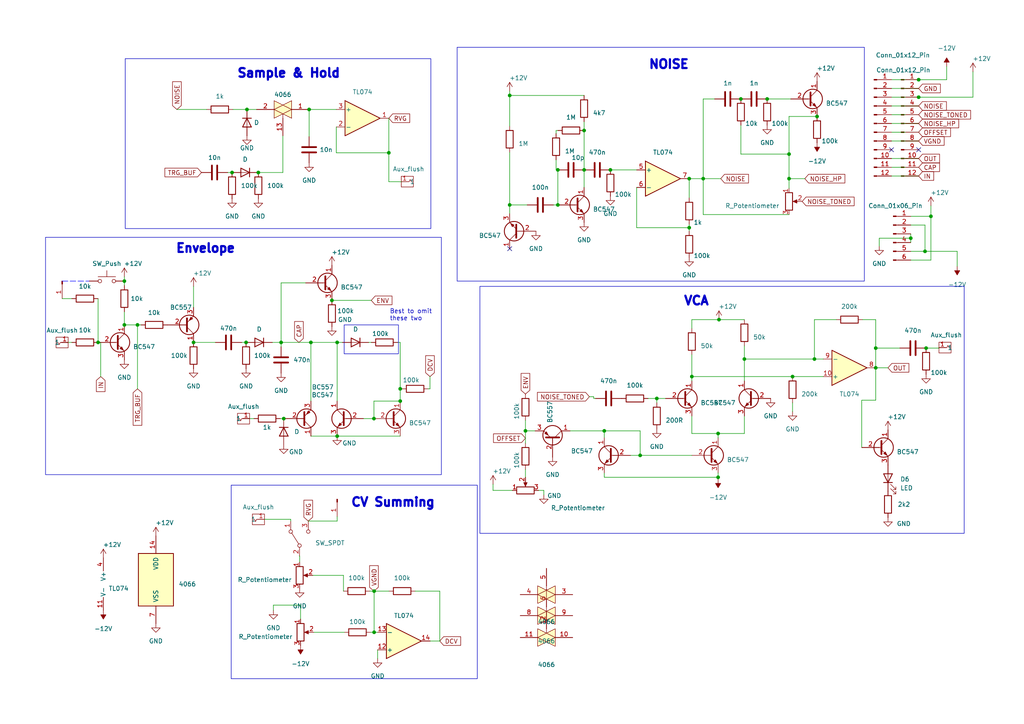
<source format=kicad_sch>
(kicad_sch (version 20230121) (generator eeschema)
  (paper "A4")
  (title_block (title "Hat by github.com/Fihdi"))
  (lib_symbols
    (symbol "4xxx:4066" (pin_names (offset 1.016))
      (property "Reference" "U" (at -7.62 8.89 0))
      (property "Value" "4066" (at -7.62 -8.89 0))
      (symbol "4066_1_0"
        (pin passive line (at -7.62 0 0) (length 5.08) (name "~") (number "1"))
        (pin input line (at 0 7.62 270) (length 5.08) (name "~") (number "13"))
        (pin passive line (at 7.62 0 180) (length 5.08) (name "~") (number "2"))
      )
      (symbol "4066_2_0"
        (pin passive line (at 7.62 0 180) (length 5.08) (name "~") (number "3"))
        (pin passive line (at -7.62 0 0) (length 5.08) (name "~") (number "4"))
        (pin input line (at 0 7.62 270) (length 5.08) (name "~") (number "5"))
      )
      (symbol "4066_3_0"
        (pin input line (at 0 7.62 270) (length 5.08) (name "~") (number "6"))
        (pin passive line (at -7.62 0 0) (length 5.08) (name "~") (number "8"))
        (pin passive line (at 7.62 0 180) (length 5.08) (name "~") (number "9"))
      )
      (symbol "4066_4_0"
        (pin passive line (at 7.62 0 180) (length 5.08) (name "~") (number "10"))
        (pin passive line (at -7.62 0 0) (length 5.08) (name "~") (number "11"))
        (pin input line (at 0 7.62 270) (length 5.08) (name "~") (number "12"))
      )
      (symbol "4066_5_0"
        (pin power_in line (at 0 12.7 270) (length 5.08) (name "VDD") (number "14"))
        (pin power_in line (at 0 -12.7 90) (length 5.08) (name "VSS") (number "7"))
      )
    )
    (symbol "Amplifier_Operational:TL074" (pin_names (offset 0.127))
      (property "Reference" "U" (at 0 5.08 0))
      (property "Value" "TL074" (at 0 -5.08 0))
      (symbol "TL074_1_1"
        (pin output line (at 7.62 0 180) (length 2.54) (name "~") (number "1"))
        (pin input line (at -7.62 -2.54 0) (length 2.54) (name "-") (number "2"))
        (pin input line (at -7.62 2.54 0) (length 2.54) (name "+") (number "3"))
      )
      (symbol "TL074_2_1"
        (pin input line (at -7.62 2.54 0) (length 2.54) (name "+") (number "5"))
        (pin input line (at -7.62 -2.54 0) (length 2.54) (name "-") (number "6"))
        (pin output line (at 7.62 0 180) (length 2.54) (name "~") (number "7"))
      )
      (symbol "TL074_3_1"
        (pin input line (at -7.62 2.54 0) (length 2.54) (name "+") (number "10"))
        (pin output line (at 7.62 0 180) (length 2.54) (name "~") (number "8"))
        (pin input line (at -7.62 -2.54 0) (length 2.54) (name "-") (number "9"))
      )
      (symbol "TL074_4_1"
        (pin input line (at -7.62 2.54 0) (length 2.54) (name "+") (number "12"))
        (pin input line (at -7.62 -2.54 0) (length 2.54) (name "-") (number "13"))
        (pin output line (at 7.62 0 180) (length 2.54) (name "~") (number "14"))
      )
      (symbol "TL074_5_1"
        (pin power_in line (at -2.54 -7.62 90) (length 3.81) (name "V-") (number "11"))
        (pin power_in line (at -2.54 7.62 270) (length 3.81) (name "V+") (number "4"))
      )
    )
    (symbol "Connector:Conn_01x01_Pin" (pin_names (offset 1.016) hide)
      (property "Reference" "J" (at 0 2.54 0))
      (property "Value" "Conn_01x01_Pin" (at 0 -2.54 0))
      (symbol "Conn_01x01_Pin_1_1"
        (pin passive line (at 5.08 0 180) (length 3.81) (name "Pin_1") (number "1"))
      )
    )
    (symbol "Connector:Conn_01x06_Pin" (pin_names (offset 1.016) hide)
      (property "Reference" "J" (at 0 7.62 0))
      (property "Value" "Conn_01x06_Pin" (at 0 -10.16 0))
      (symbol "Conn_01x06_Pin_1_1"
        (pin passive line (at 5.08 5.08 180) (length 3.81) (name "Pin_1") (number "1"))
        (pin passive line (at 5.08 2.54 180) (length 3.81) (name "Pin_2") (number "2"))
        (pin passive line (at 5.08 0 180) (length 3.81) (name "Pin_3") (number "3"))
        (pin passive line (at 5.08 -2.54 180) (length 3.81) (name "Pin_4") (number "4"))
        (pin passive line (at 5.08 -5.08 180) (length 3.81) (name "Pin_5") (number "5"))
        (pin passive line (at 5.08 -7.62 180) (length 3.81) (name "Pin_6") (number "6"))
      )
    )
    (symbol "Connector:Conn_01x12_Pin" (pin_names (offset 1.016) hide)
      (property "Reference" "J" (at 0 15.24 0))
      (property "Value" "Conn_01x12_Pin" (at 0 -17.78 0))
      (symbol "Conn_01x12_Pin_1_1"
        (pin passive line (at 5.08 12.7 180) (length 3.81) (name "Pin_1") (number "1"))
        (pin passive line (at 5.08 -10.16 180) (length 3.81) (name "Pin_10") (number "10"))
        (pin passive line (at 5.08 -12.7 180) (length 3.81) (name "Pin_11") (number "11"))
        (pin passive line (at 5.08 -15.24 180) (length 3.81) (name "Pin_12") (number "12"))
        (pin passive line (at 5.08 10.16 180) (length 3.81) (name "Pin_2") (number "2"))
        (pin passive line (at 5.08 7.62 180) (length 3.81) (name "Pin_3") (number "3"))
        (pin passive line (at 5.08 5.08 180) (length 3.81) (name "Pin_4") (number "4"))
        (pin passive line (at 5.08 2.54 180) (length 3.81) (name "Pin_5") (number "5"))
        (pin passive line (at 5.08 0 180) (length 3.81) (name "Pin_6") (number "6"))
        (pin passive line (at 5.08 -2.54 180) (length 3.81) (name "Pin_7") (number "7"))
        (pin passive line (at 5.08 -5.08 180) (length 3.81) (name "Pin_8") (number "8"))
        (pin passive line (at 5.08 -7.62 180) (length 3.81) (name "Pin_9") (number "9"))
      )
    )
    (symbol "Device:C" (pin_numbers hide) (pin_names (offset 0.254))
      (property "Reference" "C" (at 0.635 2.54 0))
      (property "Value" "C" (at 0.635 -2.54 0))
      (symbol "C_1_1"
        (pin passive line (at 0 3.81 270) (length 2.794) (name "~") (number "1"))
        (pin passive line (at 0 -3.81 90) (length 2.794) (name "~") (number "2"))
      )
    )
    (symbol "Device:D" (pin_numbers hide) (pin_names (offset 1.016) hide)
      (property "Reference" "D" (at 0 2.54 0))
      (property "Value" "D" (at 0 -2.54 0))
      (symbol "D_1_1"
        (pin passive line (at -3.81 0 0) (length 2.54) (name "K") (number "1"))
        (pin passive line (at 3.81 0 180) (length 2.54) (name "A") (number "2"))
      )
    )
    (symbol "Device:LED" (pin_numbers hide) (pin_names (offset 1.016) hide)
      (property "Reference" "D" (at 0 2.54 0))
      (property "Value" "LED" (at 0 -2.54 0))
      (symbol "LED_1_1"
        (pin passive line (at -3.81 0 0) (length 2.54) (name "K") (number "1"))
        (pin passive line (at 3.81 0 180) (length 2.54) (name "A") (number "2"))
      )
    )
    (symbol "Device:R" (pin_numbers hide) (pin_names (offset 0))
      (property "Reference" "R" (at 2.032 0 90))
      (property "Value" "R" (at 0 0 90))
      (symbol "R_1_1"
        (pin passive line (at 0 3.81 270) (length 1.27) (name "~") (number "1"))
        (pin passive line (at 0 -3.81 90) (length 1.27) (name "~") (number "2"))
      )
    )
    (symbol "Device:R_Potentiometer" (pin_names (offset 1.016) hide)
      (property "Reference" "RV" (at -4.445 0 90))
      (property "Value" "R_Potentiometer" (at -2.54 0 90))
      (symbol "R_Potentiometer_1_1"
        (pin passive line (at 0 3.81 270) (length 1.27) (name "1") (number "1"))
        (pin passive line (at 3.81 0 180) (length 1.27) (name "2") (number "2"))
        (pin passive line (at 0 -3.81 90) (length 1.27) (name "3") (number "3"))
      )
    )
    (symbol "HEJ:Aux_flush"
      (property "Reference" "U" (at -0.0508 5.3848 0))
      (symbol "Aux_flush_1_1"
        (pin bidirectional line (at 1.7272 0 180) (length 2) (name "1") (number "1"))
      )
    )
    (symbol "Switch:SW_Push" (pin_numbers hide) (pin_names (offset 1.016) hide)
      (property "Reference" "SW" (at 1.27 2.54 0))
      (property "Value" "SW_Push" (at 0 -1.524 0))
      (symbol "SW_Push_0_1"
        (pin passive line (at -5.08 0 0) (length 2.54) (name "1") (number "1"))
        (pin passive line (at 5.08 0 180) (length 2.54) (name "2") (number "2"))
      )
    )
    (symbol "Switch:SW_SPDT" (pin_names (offset 0) hide)
      (property "Reference" "SW" (at 0 4.318 0))
      (property "Value" "SW_SPDT" (at 0 -5.08 0))
      (symbol "SW_SPDT_1_1"
        (pin passive line (at 5.08 2.54 180) (length 2.54) (name "A") (number "1"))
        (pin passive line (at -5.08 0 0) (length 2.54) (name "B") (number "2"))
        (pin passive line (at 5.08 -2.54 180) (length 2.54) (name "C") (number "3"))
      )
    )
    (symbol "Transistor_BJT:BC547" (pin_names (offset 0) hide)
      (property "Reference" "Q" (at 5.08 1.905 0))
      (property "Value" "BC547" (at 5.08 0 0))
      (symbol "BC547_1_1"
        (pin passive line (at 2.54 5.08 270) (length 2.54) (name "C") (number "1"))
        (pin input line (at -5.08 0 0) (length 5.08) (name "B") (number "2"))
        (pin passive line (at 2.54 -5.08 90) (length 2.54) (name "E") (number "3"))
      )
    )
    (symbol "Transistor_BJT:BC557" (pin_names (offset 0) hide)
      (property "Reference" "Q" (at 5.08 1.905 0))
      (property "Value" "BC557" (at 5.08 0 0))
      (symbol "BC557_1_1"
        (pin passive line (at 2.54 5.08 270) (length 2.54) (name "C") (number "1"))
        (pin input line (at -5.08 0 0) (length 5.715) (name "B") (number "2"))
        (pin passive line (at 2.54 -5.08 90) (length 2.54) (name "E") (number "3"))
      )
    )
    (symbol "power:+12V" (power) (pin_names (offset 0))
      (property "Value" "+12V" (at 0 3.556 0))
      (symbol "+12V_1_1"
        (pin power_in line (at 0 0 90) (length 0) hide (name "+12V") (number "1"))
      )
    )
    (symbol "power:-12V" (power) (pin_names (offset 0))
      (property "Value" "-12V" (at 0 3.81 0))
      (symbol "-12V_0_0"
        (pin power_in line (at 0 0 90) (length 0) hide (name "-12V") (number "1"))
      )
    )
    (symbol "power:GND" (power) (pin_names (offset 0))
      (property "Value" "GND" (at 0 -3.81 0))
      (symbol "GND_1_1"
        (pin power_in line (at 0 0 270) (length 0) hide (name "GND") (number "1"))
      )
    )
  )
  (junction (at 214.884 28.702))
  (junction (at 228.854 44.6959))
  (junction (at 175.26 124.968))
  (junction (at 266.446 23.114))
  (junction (at 97.79 126.492))
  (junction (at 39.878 94.234))
  (junction (at 268.2896 72.898))
  (junction (at 177.038 49.276))
  (junction (at 67.31 50.038))
  (junction (at 203.962 51.816))
  (junction (at 74.93 50.038))
  (junction (at 208.28 138.43))
  (junction (at 199.898 66.04))
  (junction (at 152.4 124.968))
  (junction (at 268.605 100.965))
  (junction (at 28.448 99.314))
  (junction (at 215.9 104.14))
  (junction (at 96.266 87.122))
  (junction (at 71.628 31.75))
  (junction (at 254 106.68))
  (junction (at 169.418 37.846))
  (junction (at 222.504 28.702))
  (junction (at 112.776 44.3154))
  (junction (at 200.66 109.22))
  (junction (at 147.828 27.686))
  (junction (at 208.534 92.71))
  (junction (at 199.898 51.816))
  (junction (at 161.798 49.276))
  (junction (at 185.674 132.08))
  (junction (at 169.418 49.276))
  (junction (at 116.078 112.776))
  (junction (at 236.982 33.782))
  (junction (at 229.87 109.22))
  (junction (at 36.068 94.234))
  (junction (at 71.374 99.314))
  (junction (at 97.79 99.314))
  (junction (at 266.446 28.194))
  (junction (at 254 100.965))
  (junction (at 270.002 62.738))
  (junction (at 90.17 99.314))
  (junction (at 82.296 121.412))
  (junction (at 116.078 116.332))
  (junction (at 36.068 81.534))
  (junction (at 89.662 31.75))
  (junction (at 108.5088 171.45))
  (junction (at 208.28 125.73))
  (junction (at 190.5 115.57))
  (junction (at 147.828 59.436))
  (junction (at 264.16 69.088))
  (junction (at 108.458 121.412))
  (junction (at 108.5088 183.388))
  (junction (at 161.798 59.436))
  (junction (at 81.534 99.314))
  (junction (at 236.22 104.14))
  (junction (at 56.134 99.314))
  (junction (at 228.854 51.816))
  (no_connect (at 266.446 43.434))
  (no_connect (at 147.828 72.136))
  (no_connect (at 258.572 43.434))
  (wire (pts (xy 208.28 125.73) (xy 215.9 125.73)))
  (wire (pts (xy 116.586 112.776) (xy 116.078 112.776)))
  (wire (pts (xy 90.17 99.314) (xy 97.79 99.314)))
  (wire (pts (xy 108.458 121.412) (xy 108.458 116.332)))
  (wire (pts (xy 258.572 23.114) (xy 266.446 23.114)))
  (wire (pts (xy 228.854 51.816) (xy 228.854 54.61)))
  (wire (pts (xy 260.985 100.965) (xy 254 100.965)))
  (wire (pts (xy 152.4 121.92) (xy 152.4 124.968)))
  (wire (pts (xy 36.068 81.534) (xy 36.068 82.804)))
  (wire (pts (xy 127.5588 171.45) (xy 127.5588 185.928)))
  (wire (pts (xy 190.5 116.84) (xy 190.5 115.57)))
  (wire (pts (xy 124.714 109.22) (xy 124.714 112.776)))
  (wire (pts (xy 199.898 51.816) (xy 203.962 51.816)))
  (wire (pts (xy 255.016 71.374) (xy 255.016 69.088)))
  (wire (pts (xy 28.448 86.614) (xy 28.448 99.314)))
  (wire (pts (xy 236.982 33.782) (xy 228.854 33.782)))
  (wire (pts (xy 215.9 104.14) (xy 236.22 104.14)))
  (wire (pts (xy 264.16 69.088) (xy 264.16 70.358)))
  (wire (pts (xy 185.674 132.08) (xy 200.66 132.08)))
  (wire (pts (xy 89.662 31.75) (xy 89.662 39.624)))
  (wire (pts (xy 29.21 109.22) (xy 29.21 99.314)))
  (wire (pts (xy 106.934 99.314) (xy 107.696 99.314)))
  (wire (pts (xy 175.26 138.43) (xy 175.26 137.16)))
  (wire (pts (xy 81.534 99.314) (xy 90.17 99.314)))
  (wire (pts (xy 161.798 49.276) (xy 161.798 59.436)))
  (wire (pts (xy 29.21 99.314) (xy 28.448 99.314)))
  (wire (pts (xy 165.354 124.968) (xy 175.26 124.968)))
  (wire (pts (xy 268.2896 72.898) (xy 264.16 72.898)))
  (wire (pts (xy 208.28 125.73) (xy 208.28 127)))
  (wire (pts (xy 116.078 99.314) (xy 116.078 112.776)))
  (wire (pts (xy 270.002 75.438) (xy 264.16 75.438)))
  (wire (pts (xy 177.038 49.276) (xy 184.658 49.276)))
  (wire (pts (xy 81.534 82.042) (xy 81.534 99.314)))
  (wire (pts (xy 86.9188 163.068) (xy 86.9188 161.29)))
  (wire (pts (xy 175.26 127) (xy 175.26 124.968)))
  (wire (pts (xy 51.308 31.75) (xy 59.944 31.75)))
  (wire (pts (xy 277.622 72.898) (xy 268.2896 72.898)))
  (wire (pts (xy 109.5248 191.008) (xy 109.5248 188.468)))
  (wire (pts (xy 258.572 51.054) (xy 266.446 51.054)))
  (wire (pts (xy 79.2988 177.038) (xy 79.2988 175.514)))
  (wire (pts (xy 124.714 112.776) (xy 124.206 112.776)))
  (wire (pts (xy 18.034 81.534) (xy 25.908 81.534)) (stroke (width 0) (type dash) (color 0 0 255 1)))
  (wire (pts (xy 203.962 51.816) (xy 203.962 62.23)))
  (wire (pts (xy 258.572 25.654) (xy 266.446 25.654)))
  (wire (pts (xy 249.936 116.078) (xy 254 116.078)))
  (wire (pts (xy 169.418 37.846) (xy 169.418 49.276)))
  (wire (pts (xy 228.854 44.6959) (xy 228.854 51.816)))
  (wire (pts (xy 90.7288 166.878) (xy 99.6188 166.878)))
  (wire (pts (xy 254 100.965) (xy 254 106.68)))
  (wire (pts (xy 274.574 19.304) (xy 274.574 23.114)))
  (wire (pts (xy 161.798 59.436) (xy 160.528 59.436)))
  (wire (pts (xy 254 106.68) (xy 257.556 106.68)))
  (wire (pts (xy 258.572 40.894) (xy 266.446 40.894)))
  (wire (pts (xy 209.042 51.816) (xy 203.962 51.816)))
  (wire (pts (xy 258.572 45.974) (xy 266.446 45.974)))
  (wire (pts (xy 222.504 28.702) (xy 229.362 28.702)))
  (wire (pts (xy 200.66 125.73) (xy 200.66 120.65)))
  (wire (pts (xy 214.884 44.6959) (xy 228.854 44.6959)))
  (wire (pts (xy 56.134 83.058) (xy 56.134 89.154)))
  (wire (pts (xy 172.212 115.57) (xy 172.72 115.57)))
  (wire (pts (xy 258.572 30.734) (xy 266.446 30.734)))
  (wire (pts (xy 236.22 104.14) (xy 238.76 104.14)))
  (wire (pts (xy 272.3388 100.965) (xy 272.3388 100.838)))
  (wire (pts (xy 199.898 66.04) (xy 199.898 65.024)))
  (wire (pts (xy 107.4928 183.388) (xy 108.5088 183.388)))
  (wire (pts (xy 254 106.68) (xy 254 116.078)))
  (wire (pts (xy 147.828 59.436) (xy 152.908 59.436)))
  (wire (pts (xy 116.078 99.314) (xy 115.316 99.314)))
  (wire (pts (xy 120.4468 171.45) (xy 127.5588 171.45)))
  (wire (pts (xy 274.574 23.114) (xy 266.446 23.114)))
  (wire (pts (xy 147.828 26.416) (xy 147.828 27.686)))
  (wire (pts (xy 39.878 112.776) (xy 39.878 94.234)))
  (wire (pts (xy 76.708 150.622) (xy 84.328 150.622)))
  (wire (pts (xy 229.87 116.84) (xy 229.87 119.38)))
  (wire (pts (xy 200.66 109.22) (xy 229.87 109.22)))
  (wire (pts (xy 81.28 121.412) (xy 82.296 121.412)))
  (wire (pts (xy 39.878 94.234) (xy 40.894 94.234)))
  (wire (pts (xy 169.418 49.276) (xy 169.418 54.356)))
  (wire (pts (xy 249.936 129.794) (xy 249.936 116.078)))
  (wire (pts (xy 258.572 48.514) (xy 266.446 48.514)))
  (wire (pts (xy 228.854 33.782) (xy 228.854 44.6959)))
  (wire (pts (xy 214.884 36.322) (xy 214.884 44.6959)))
  (wire (pts (xy 97.79 99.314) (xy 99.314 99.314)))
  (wire (pts (xy 199.898 57.404) (xy 199.898 51.816)))
  (wire (pts (xy 161.29 49.276) (xy 161.798 49.276)))
  (wire (pts (xy 19.7612 99.314) (xy 20.828 99.314)))
  (wire (pts (xy 108.458 116.332) (xy 116.078 116.332)))
  (wire (pts (xy 258.572 28.194) (xy 266.446 28.194)))
  (wire (pts (xy 258.572 33.274) (xy 266.446 33.274)))
  (wire (pts (xy 270.002 59.69) (xy 270.002 62.738)))
  (wire (pts (xy 108.5088 183.388) (xy 108.5088 171.45)))
  (wire (pts (xy 147.828 27.686) (xy 147.828 36.576)))
  (wire (pts (xy 143.002 142.24) (xy 148.59 142.24)))
  (wire (pts (xy 185.674 124.968) (xy 185.674 132.08)))
  (wire (pts (xy 182.88 132.08) (xy 185.674 132.08)))
  (wire (pts (xy 71.628 31.75) (xy 74.422 31.75)))
  (wire (pts (xy 97.79 99.314) (xy 97.79 116.332)))
  (wire (pts (xy 200.66 125.73) (xy 208.28 125.73)))
  (wire (pts (xy 215.9 125.73) (xy 215.9 120.65)))
  (wire (pts (xy 79.2988 175.514) (xy 87.1728 175.514)))
  (wire (pts (xy 229.87 109.22) (xy 238.76 109.22)))
  (wire (pts (xy 56.134 99.314) (xy 62.484 99.314)))
  (wire (pts (xy 233.426 51.816) (xy 228.854 51.816)))
  (wire (pts (xy 270.002 62.738) (xy 270.002 75.438)))
  (wire (pts (xy 147.828 59.436) (xy 147.828 44.196)))
  (wire (pts (xy 18.034 86.614) (xy 20.828 86.614)))
  (wire (pts (xy 157.734 142.24) (xy 157.734 143.51)))
  (wire (pts (xy 199.898 67.056) (xy 199.898 66.04)))
  (wire (pts (xy 116.3828 52.705) (xy 112.776 52.705)))
  (wire (pts (xy 112.776 52.705) (xy 112.776 44.3154)))
  (wire (pts (xy 254 92.71) (xy 254 100.965)))
  (wire (pts (xy 208.28 138.938) (xy 208.28 138.43)))
  (wire (pts (xy 112.776 44.3154) (xy 112.776 34.29)))
  (wire (pts (xy 200.66 92.71) (xy 200.66 95.25)))
  (wire (pts (xy 97.536 36.83) (xy 97.536 44.3154)))
  (wire (pts (xy 161.29 38.735) (xy 161.29 37.846)))
  (wire (pts (xy 96.266 87.122) (xy 107.696 87.122)))
  (wire (pts (xy 147.828 27.686) (xy 169.418 27.686)))
  (wire (pts (xy 203.962 51.816) (xy 203.962 28.702)))
  (wire (pts (xy 81.534 99.314) (xy 78.994 99.314)))
  (wire (pts (xy 203.962 62.23) (xy 228.854 62.23)))
  (wire (pts (xy 282.194 28.194) (xy 266.446 28.194)))
  (wire (pts (xy 81.534 100.584) (xy 81.534 99.314)))
  (wire (pts (xy 89.662 31.75) (xy 97.536 31.75)))
  (wire (pts (xy 200.66 109.22) (xy 200.66 110.49)))
  (wire (pts (xy 97.79 126.492) (xy 116.078 126.492)))
  (wire (pts (xy 152.4 136.144) (xy 152.4 138.43)))
  (wire (pts (xy 86.9188 161.29) (xy 86.868 161.29)))
  (wire (pts (xy 143.002 140.462) (xy 143.002 142.24)))
  (wire (pts (xy 36.068 94.234) (xy 39.878 94.234)))
  (wire (pts (xy 73.66 121.412) (xy 72.39 121.412)))
  (wire (pts (xy 99.6188 166.878) (xy 99.6188 171.45)))
  (wire (pts (xy 152.4 124.968) (xy 152.4 128.524)))
  (wire (pts (xy 215.9 104.14) (xy 215.9 110.49)))
  (wire (pts (xy 236.22 92.71) (xy 242.57 92.71)))
  (wire (pts (xy 108.5088 171.45) (xy 112.8268 171.45)))
  (wire (pts (xy 282.194 20.828) (xy 282.194 28.194)))
  (wire (pts (xy 184.658 66.04) (xy 184.658 54.356)))
  (wire (pts (xy 90.9828 183.388) (xy 99.8728 183.388)))
  (wire (pts (xy 268.2896 65.278) (xy 268.2896 72.898)))
  (wire (pts (xy 187.96 115.57) (xy 190.5 115.57)))
  (wire (pts (xy 255.016 69.088) (xy 264.16 69.088)))
  (wire (pts (xy 258.572 35.814) (xy 266.446 35.814)))
  (wire (pts (xy 155.194 124.968) (xy 152.4 124.968)))
  (wire (pts (xy 170.942 115.062) (xy 172.212 115.062)))
  (wire (pts (xy 67.564 31.75) (xy 71.628 31.75)))
  (wire (pts (xy 108.5088 183.388) (xy 109.5248 183.388)))
  (wire (pts (xy 200.66 92.71) (xy 208.534 92.71)))
  (wire (pts (xy 90.17 126.492) (xy 97.79 126.492)))
  (wire (pts (xy 208.28 138.43) (xy 208.28 137.16)))
  (wire (pts (xy 105.41 121.412) (xy 108.458 121.412)))
  (wire (pts (xy 82.042 50.038) (xy 82.042 39.37)))
  (wire (pts (xy 66.04 50.038) (xy 67.31 50.038)))
  (wire (pts (xy 264.16 62.738) (xy 270.002 62.738)))
  (wire (pts (xy 89.408 151.13) (xy 97.79 151.13)))
  (wire (pts (xy 208.534 92.71) (xy 215.9 92.71)))
  (wire (pts (xy 208.28 138.43) (xy 175.26 138.43)))
  (wire (pts (xy 199.898 66.04) (xy 184.658 66.04)))
  (wire (pts (xy 277.622 72.898) (xy 277.622 77.216)))
  (wire (pts (xy 258.572 38.354) (xy 266.446 38.354)))
  (wire (pts (xy 169.418 35.306) (xy 169.418 37.846)))
  (wire (pts (xy 36.068 90.424) (xy 36.068 94.234)))
  (wire (pts (xy 116.078 112.776) (xy 116.078 116.332)))
  (wire (pts (xy 175.26 124.968) (xy 185.674 124.968)))
  (wire (pts (xy 87.1728 175.514) (xy 87.1728 179.578)))
  (wire (pts (xy 74.93 50.038) (xy 82.042 50.038)))
  (wire (pts (xy 203.962 28.702) (xy 207.264 28.702)))
  (wire (pts (xy 236.22 104.14) (xy 236.22 92.71)))
  (wire (pts (xy 172.212 115.062) (xy 172.212 115.57)))
  (wire (pts (xy 215.9 100.33) (xy 215.9 104.14)))
  (wire (pts (xy 82.296 121.412) (xy 82.55 121.412)))
  (wire (pts (xy 147.828 61.976) (xy 147.828 59.436)))
  (wire (pts (xy 268.605 100.965) (xy 272.3388 100.965)))
  (wire (pts (xy 70.104 99.314) (xy 71.374 99.314)))
  (wire (pts (xy 161.29 46.355) (xy 161.29 49.276)))
  (wire (pts (xy 200.66 102.87) (xy 200.66 109.22)))
  (wire (pts (xy 161.29 37.846) (xy 161.798 37.846)))
  (wire (pts (xy 107.2388 171.45) (xy 108.5088 171.45)))
  (wire (pts (xy 157.734 142.24) (xy 156.21 142.24)))
  (wire (pts (xy 84.328 150.622) (xy 84.328 151.13)))
  (wire (pts (xy 264.16 65.278) (xy 268.2896 65.278)))
  (wire (pts (xy 127.5588 185.928) (xy 124.7648 185.928)))
  (wire (pts (xy 97.536 44.3154) (xy 112.776 44.3154)))
  (wire (pts (xy 88.646 82.042) (xy 81.534 82.042)))
  (wire (pts (xy 264.16 67.818) (xy 264.16 69.088)))
  (wire (pts (xy 36.068 80.264) (xy 36.068 81.534)))
  (wire (pts (xy 97.79 149.86) (xy 97.79 151.13)))
  (wire (pts (xy 190.5 115.57) (xy 193.04 115.57)))
  (wire (pts (xy 90.17 99.314) (xy 90.17 116.332)))
  (wire (pts (xy 254 92.71) (xy 250.19 92.71)))
  (rectangle (start 99.822 94.234) (end 115.57 102.616))
  (rectangle (start 139.192 83.058) (end 279.654 154.686))
  (rectangle (start 67.056 140.716) (end 138.43 196.85))
  (rectangle (start 132.588 13.716) (end 250.698 81.534))
  (rectangle (start 36.322 17.018) (end 124.968 66.294))
  (rectangle (start 13.208 68.834) (end 128.016 137.668))
  (text "CV Summing\n" (at 101.6 147.32 0) (effects (font (size 2.54 2.54) (thickness 5.08) bold) (justify left bottom)))
  (text "VCA\n" (at 198.12 88.9 0) (effects (font (size 2.54 2.54) (thickness 5.08) bold) (justify left bottom)))
  (text "Envelope\n" (at 50.8 73.66 0) (effects (font (size 2.54 2.54) (thickness 5.08) bold) (justify left bottom)))
  (text "NOISE" (at 187.96 20.32 0) (effects (font (size 2.54 2.54) (thickness 5.08) bold) (justify left bottom)))
  (text "Best to omit \nthese two" (at 113.03 93.218 0) (effects (font (size 1.27 1.27)) (justify left bottom)))
  (text "Sample & Hold" (at 68.58 22.86 0) (effects (font (size 2.54 2.54) (thickness 5.08) bold) (justify left bottom)))
  (global_label "TRG_BUF" (shape input) (at 58.42 50.038 180) (property "Intersheetrefs" "${INTERSHEET_REFS}" (effects hide)))
  (global_label "NOISE_HP" (shape input) (at 266.446 35.814 0) (property "Intersheetrefs" "${INTERSHEET_REFS}" (effects hide)))
  (global_label "IN" (shape input) (at 266.446 51.054 0) (property "Intersheetrefs" "${INTERSHEET_REFS}" (effects hide)))
  (global_label "DCV" (shape input) (at 124.714 109.22 90) (property "Intersheetrefs" "${INTERSHEET_REFS}" (effects hide)))
  (global_label "OUT" (shape input) (at 266.446 45.974 0) (property "Intersheetrefs" "${INTERSHEET_REFS}" (effects hide)))
  (global_label "GND" (shape input) (at 266.446 25.654 0) (property "Intersheetrefs" "${INTERSHEET_REFS}" (effects hide)))
  (global_label "NOISE_HP" (shape input) (at 233.426 51.816 0) (property "Intersheetrefs" "${INTERSHEET_REFS}" (effects hide)))
  (global_label "CAP" (shape input) (at 86.6978 99.314 90) (property "Intersheetrefs" "${INTERSHEET_REFS}" (effects hide)))
  (global_label "NOISE" (shape input) (at 51.308 31.75 90) (property "Intersheetrefs" "${INTERSHEET_REFS}" (effects hide)))
  (global_label "OFFSET" (shape input) (at 152.4 127.0928 180) (property "Intersheetrefs" "${INTERSHEET_REFS}" (effects hide)))
  (global_label "NOISE" (shape input) (at 266.446 30.734 0) (property "Intersheetrefs" "${INTERSHEET_REFS}" (effects hide)))
  (global_label "NOISE_TONED" (shape input) (at 266.446 33.274 0) (property "Intersheetrefs" "${INTERSHEET_REFS}" (effects hide)))
  (global_label "NOISE_TONED" (shape input) (at 232.664 58.42 0) (property "Intersheetrefs" "${INTERSHEET_REFS}" (effects hide)))
  (global_label "NOISE" (shape input) (at 209.042 51.816 0) (property "Intersheetrefs" "${INTERSHEET_REFS}" (effects hide)))
  (global_label "OUT" (shape input) (at 257.556 106.68 0) (property "Intersheetrefs" "${INTERSHEET_REFS}" (effects hide)))
  (global_label "OFFSET" (shape input) (at 266.4282 38.354 0) (property "Intersheetrefs" "${INTERSHEET_REFS}" (effects hide)))
  (global_label "TRG_BUF" (shape input) (at 39.878 112.776 270) (property "Intersheetrefs" "${INTERSHEET_REFS}" (effects hide)))
  (global_label "DCV" (shape input) (at 127.5588 185.928 0) (property "Intersheetrefs" "${INTERSHEET_REFS}" (effects hide)))
  (global_label "CAP" (shape input) (at 266.446 48.514 0) (property "Intersheetrefs" "${INTERSHEET_REFS}" (effects hide)))
  (global_label "VGND" (shape input) (at 266.446 40.894 0) (property "Intersheetrefs" "${INTERSHEET_REFS}" (effects hide)))
  (global_label "RVG" (shape input) (at 112.776 34.29 0) (property "Intersheetrefs" "${INTERSHEET_REFS}" (effects hide)))
  (global_label "VGND" (shape input) (at 108.458 171.45 90) (property "Intersheetrefs" "${INTERSHEET_REFS}" (effects hide)))
  (global_label "NOISE_TONED" (shape input) (at 170.942 115.062 180) (property "Intersheetrefs" "${INTERSHEET_REFS}" (effects hide)))
  (global_label "RVG" (shape input) (at 89.408 151.13 90) (property "Intersheetrefs" "${INTERSHEET_REFS}" (effects hide)))
  (global_label "ENV" (shape input) (at 152.4 114.3 90) (property "Intersheetrefs" "${INTERSHEET_REFS}" (effects hide)))
  (global_label "ENV" (shape input) (at 107.696 87.122 0) (property "Intersheetrefs" "${INTERSHEET_REFS}" (effects hide)))
  (global_label "IN" (shape input) (at 29.21 109.22 270) (property "Intersheetrefs" "${INTERSHEET_REFS}" (effects hide)))
  (symbol (lib_id "power:GND") (at 71.628 39.37 0) (unit 1)
    (property "Reference" "#PWR032" (effects hide))
    (property "Value" "GND" (at 71.628 42.926 0))
  )
  (symbol (lib_id "Device:R") (at 199.898 61.214 0) (unit 1)
    (property "Reference" "R17" (effects hide))
    (property "Value" "1k" (at 201.168 64.516 0) (effects (justify left)))
    (property "Footprint" "Resistor_THT:R_Axial_DIN0204_L3.6mm_D1.6mm_P7.62mm_Horizontal" (effects hide))
  )
  (symbol (lib_id "Transistor_BJT:BC547") (at 218.44 115.57 0) (mirror y) (unit 1)
    (property "Reference" "Q10" (effects hide))
    (property "Value" "BC547" (at 213.36 116.8399 0) (effects (justify left)))
    (property "Footprint" "Package_TO_SOT_THT:TO-92_Inline_Wide" (effects hide))
    (property "Datasheet" "https://www.onsemi.com/pub/Collateral/BC550-D.pdf" (effects hide))
  )
  (symbol (lib_id "Device:R") (at 200.66 99.06 180) (unit 1)
    (property "Reference" "R21" (effects hide))
    (property "Value" "50k" (at 203.2 100.3299 0) (effects (justify right)))
    (property "Footprint" "Resistor_THT:R_Axial_DIN0204_L3.6mm_D1.6mm_P7.62mm_Horizontal" (effects hide))
  )
  (symbol (lib_id "Device:C") (at 156.718 59.436 90) (unit 1)
    (property "Reference" "C3" (effects hide))
    (property "Value" "100n" (at 156.718 54.356 90))
    (property "Footprint" "Capacitor_THT:C_Axial_L3.8mm_D2.6mm_P7.50mm_Horizontal" (effects hide))
  )
  (symbol (lib_id "power:GND") (at 96.266 94.742 0) (unit 1)
    (property "Reference" "#PWR035" (effects hide))
    (property "Value" "GND" (at 100.076 92.71 0))
  )
  (symbol (lib_id "power:GND") (at 190.5 124.46 0) (unit 1)
    (property "Reference" "#PWR017" (effects hide))
    (property "Value" "GND" (at 190.5 129.54 0))
  )
  (symbol (lib_id "Switch:SW_Push") (at 30.988 81.534 0) (unit 1)
    (property "Reference" "SW1" (effects hide))
    (property "Value" "SW_Push" (at 30.988 76.454 0))
    (property "Footprint" "Library:Push_Flush" (effects hide))
  )
  (symbol (lib_id "Amplifier_Operational:TL074") (at 32.512 169.418 0) (unit 5)
    (property "Reference" "U1" (effects hide))
    (property "Value" "TL074" (at 31.496 170.688 0) (effects (justify left)))
    (property "Footprint" "Package_DIP:DIP-14_W7.62mm_Socket" (effects hide))
    (property "Datasheet" "http://www.ti.com/lit/ds/symlink/tl071.pdf" (effects hide))
  )
  (symbol (lib_id "Device:C") (at 165.608 49.276 90) (unit 1)
    (property "Reference" "C4" (effects hide))
    (property "Value" "10p" (at 167.64 45.72 90))
    (property "Footprint" "Capacitor_THT:C_Axial_L3.8mm_D2.6mm_P7.50mm_Horizontal" (effects hide))
  )
  (symbol (lib_id "Transistor_BJT:BC547") (at 205.74 132.08 0) (unit 1)
    (property "Reference" "Q9" (effects hide))
    (property "Value" "BC547" (at 210.82 133.3499 0) (effects (justify left)))
    (property "Footprint" "Package_TO_SOT_THT:TO-92_Inline_Wide" (effects hide))
    (property "Datasheet" "https://www.onsemi.com/pub/Collateral/BC550-D.pdf" (effects hide))
  )
  (symbol (lib_id "power:+12V") (at 270.002 59.69 0) (unit 1)
    (property "Reference" "#PWR042" (effects hide))
    (property "Value" "+12V" (at 272.542 55.88 0))
  )
  (symbol (lib_id "Device:R") (at 96.266 90.932 0) (unit 1)
    (property "Reference" "R33" (effects hide))
    (property "Value" "100k" (at 97.79 90.17 0) (effects (justify left)))
    (property "Footprint" "Resistor_THT:R_Axial_DIN0204_L3.6mm_D1.6mm_P7.62mm_Horizontal" (effects hide))
  )
  (symbol (lib_id "power:GND") (at 82.296 129.032 0) (unit 1)
    (property "Reference" "#PWR033" (effects hide))
    (property "Value" "GND" (at 85.852 131.064 0))
  )
  (symbol (lib_id "power:GND") (at 255.016 71.374 0) (unit 1)
    (property "Reference" "#PWR044" (effects hide))
    (property "Value" "GND" (at 255.016 76.454 0))
  )
  (symbol (lib_id "HEJ:Aux_flush") (at 118.11 52.705 180) (unit 1)
    (property "Reference" "U7" (effects hide))
    (property "Value" "Aux_flush" (at 113.919 49.022 0) (effects (justify right)))
    (property "Footprint" "Library:aux_flush" (effects hide))
  )
  (symbol (lib_id "power:+12V") (at 45.212 155.448 0) (unit 1)
    (property "Reference" "#PWR037" (effects hide))
    (property "Value" "+12V" (at 47.752 151.638 0))
  )
  (symbol (lib_id "Device:D") (at 82.296 125.222 270) (unit 1)
    (property "Reference" "D4" (effects hide))
    (property "Value" "D" (at 85.344 125.222 90) (effects (justify left)))
    (property "Footprint" "Diode_THT:D_A-405_P5.08mm_Vertical_AnodeUp" (effects hide))
  )
  (symbol (lib_id "Device:C") (at 218.694 28.702 90) (unit 1)
    (property "Reference" "C6" (effects hide))
    (property "Value" "1n" (at 218.694 24.13 90))
    (property "Footprint" "Capacitor_THT:C_Axial_L3.8mm_D2.6mm_P7.50mm_Horizontal" (effects hide))
  )
  (symbol (lib_id "Amplifier_Operational:TL074") (at 192.278 51.816 0) (unit 2)
    (property "Reference" "U1" (effects hide))
    (property "Value" "TL074" (at 192.278 44.196 0))
    (property "Footprint" "Package_DIP:DIP-14_W7.62mm_Socket" (effects hide))
    (property "Datasheet" "http://www.ti.com/lit/ds/symlink/tl071.pdf" (effects hide))
  )
  (symbol (lib_id "Transistor_BJT:BC547") (at 150.368 67.056 180) (unit 1)
    (property "Reference" "Q6" (effects hide))
    (property "Value" "BC547" (at 145.288 68.3259 0) (effects (justify left)))
    (property "Footprint" "Package_TO_SOT_THT:TO-92_Inline_Wide" (effects hide))
    (property "Datasheet" "https://www.onsemi.com/pub/Collateral/BC550-D.pdf" (effects hide))
  )
  (symbol (lib_id "4xxx:4066") (at 82.042 31.75 180) (unit 1)
    (property "Reference" "U5" (effects hide))
    (property "Value" "4066" (at 82.042 27.432 0))
    (property "Footprint" "Package_DIP:DIP-14_W10.16mm" (effects hide))
    (property "Datasheet" "http://www.ti.com/lit/ds/symlink/cd4066b.pdf" (effects hide))
  )
  (symbol (lib_id "Device:C") (at 211.074 28.702 90) (unit 1)
    (property "Reference" "C7" (effects hide))
    (property "Value" "1n" (at 211.074 24.13 90))
    (property "Footprint" "Capacitor_THT:C_Axial_L3.8mm_D2.6mm_P7.50mm_Horizontal" (effects hide))
  )
  (symbol (lib_id "HEJ:Aux_flush") (at 274.066 100.838 180) (unit 1)
    (property "Reference" "U6" (effects hide))
    (property "Value" "Aux_flush" (at 269.875 97.155 0) (effects (justify right)))
    (property "Footprint" "Library:aux_flush" (effects hide))
  )
  (symbol (lib_id "Amplifier_Operational:TL074") (at 117.1448 185.928 0) (mirror x) (unit 4)
    (property "Reference" "U1" (effects hide))
    (property "Value" "TL074" (at 117.1448 178.562 0))
    (property "Footprint" "Package_DIP:DIP-14_W7.62mm_Socket" (effects hide))
    (property "Datasheet" "http://www.ti.com/lit/ds/symlink/tl071.pdf" (effects hide))
  )
  (symbol (lib_id "power:GND") (at 268.605 108.585 0) (unit 1)
    (property "Reference" "#PWR026" (effects hide))
    (property "Value" "GND" (at 268.605 113.665 0))
  )
  (symbol (lib_id "Device:R") (at 257.556 146.304 180) (unit 1)
    (property "Reference" "R34" (effects hide))
    (property "Value" "2k2" (at 260.35 146.304 0) (effects (justify right)))
    (property "Footprint" "Resistor_THT:R_Axial_DIN0204_L3.6mm_D1.6mm_P7.62mm_Horizontal" (effects hide))
  )
  (symbol (lib_id "4xxx:4066") (at 158.496 178.562 0) (unit 3)
    (property "Reference" "U5" (effects hide))
    (property "Value" "4066" (at 158.496 185.928 0))
    (property "Footprint" "Package_DIP:DIP-14_W10.16mm" (effects hide))
    (property "Datasheet" "http://www.ti.com/lit/ds/symlink/cd4066b.pdf" (effects hide))
  )
  (symbol (lib_id "power:GND") (at 222.504 36.322 0) (unit 1)
    (property "Reference" "#PWR025" (effects hide))
    (property "Value" "GND" (at 222.504 41.402 0))
  )
  (symbol (lib_id "Transistor_BJT:BC547") (at 100.33 121.412 0) (mirror y) (unit 1)
    (property "Reference" "Q1" (effects hide))
    (property "Value" "BC547" (at 96.774 114.554 0) (effects (justify left)))
    (property "Footprint" "Package_TO_SOT_THT:TO-92_Inline_Wide" (effects hide))
    (property "Datasheet" "https://www.onsemi.com/pub/Collateral/BC550-D.pdf" (effects hide))
  )
  (symbol (lib_id "power:GND") (at 74.93 57.658 0) (unit 1)
    (property "Reference" "#PWR029" (effects hide))
    (property "Value" "GND" (at 74.93 62.738 0))
  )
  (symbol (lib_id "Switch:SW_SPDT") (at 86.868 156.21 90) (unit 1)
    (property "Reference" "SW2" (effects hide))
    (property "Value" "SW_SPDT" (at 91.44 157.48 90) (effects (justify right)))
    (property "Footprint" "Library:switch_flush" (effects hide))
  )
  (symbol (lib_id "Device:R") (at 161.29 42.545 0) (unit 1)
    (property "Reference" "R35" (effects hide))
    (property "Value" "1M" (at 163.83 43.815 0) (effects (justify left)))
    (property "Footprint" "Resistor_THT:R_Axial_DIN0204_L3.6mm_D1.6mm_P7.62mm_Horizontal" (effects hide))
  )
  (symbol (lib_id "power:+12V") (at 96.266 76.962 0) (unit 1)
    (property "Reference" "#PWR034" (effects hide))
    (property "Value" "+12V" (at 98.806 73.152 0))
  )
  (symbol (lib_id "Transistor_BJT:BC547") (at 33.528 99.314 0) (unit 1)
    (property "Reference" "Q3" (effects hide))
    (property "Value" "BC547" (at 38.608 100.5839 0) (effects (justify left)))
    (property "Footprint" "Package_TO_SOT_THT:TO-92_Inline_Wide" (effects hide))
    (property "Datasheet" "https://www.onsemi.com/pub/Collateral/BC550-D.pdf" (effects hide))
  )
  (symbol (lib_id "power:GND") (at 157.734 143.51 0) (unit 1)
    (property "Reference" "#PWR024" (effects hide))
    (property "Value" "GND" (at 160.782 143.764 0))
  )
  (symbol (lib_id "power:GND") (at 36.068 104.394 0) (unit 1)
    (property "Reference" "#PWR03" (effects hide))
    (property "Value" "GND" (at 36.068 109.474 0))
  )
  (symbol (lib_id "Device:R") (at 229.87 113.03 180) (unit 1)
    (property "Reference" "R23" (effects hide))
    (property "Value" "200k" (at 232.41 114.2999 0) (effects (justify right)))
    (property "Footprint" "Resistor_THT:R_Axial_DIN0204_L3.6mm_D1.6mm_P7.62mm_Horizontal" (effects hide))
  )
  (symbol (lib_id "Transistor_BJT:BC547") (at 166.878 59.436 0) (unit 1)
    (property "Reference" "Q7" (effects hide))
    (property "Value" "BC547" (at 171.958 60.7059 0) (effects (justify left)))
    (property "Footprint" "Package_TO_SOT_THT:TO-92_Inline_Wide" (effects hide))
    (property "Datasheet" "https://www.onsemi.com/pub/Collateral/BC550-D.pdf" (effects hide))
  )
  (symbol (lib_id "Amplifier_Operational:TL074") (at 105.156 34.29 0) (unit 1)
    (property "Reference" "U1" (effects hide))
    (property "Value" "TL074" (at 105.156 26.67 0))
    (property "Footprint" "Package_DIP:DIP-14_W7.62mm_Socket" (effects hide))
    (property "Datasheet" "http://www.ti.com/lit/ds/symlink/tl071.pdf" (effects hide))
  )
  (symbol (lib_id "Device:R") (at 56.134 103.124 0) (unit 1)
    (property "Reference" "R6" (effects hide))
    (property "Value" "100k" (at 49.53 103.124 0) (effects (justify left)))
    (property "Footprint" "Resistor_THT:R_Axial_DIN0204_L3.6mm_D1.6mm_P7.62mm_Horizontal" (effects hide))
  )
  (symbol (lib_id "4xxx:4066") (at 158.496 184.912 0) (unit 4)
    (property "Reference" "U5" (effects hide))
    (property "Value" "4066" (at 158.496 192.786 0))
    (property "Footprint" "Package_DIP:DIP-14_W10.16mm" (effects hide))
    (property "Datasheet" "http://www.ti.com/lit/ds/symlink/cd4066b.pdf" (effects hide))
  )
  (symbol (lib_id "Device:D") (at 75.184 99.314 180) (unit 1)
    (property "Reference" "D1" (effects hide))
    (property "Value" "D" (at 75.184 95.504 0))
    (property "Footprint" "Diode_THT:D_A-405_P5.08mm_Vertical_AnodeUp" (effects hide))
  )
  (symbol (lib_id "HEJ:Aux_flush") (at 18.034 99.314 0) (unit 1)
    (property "Reference" "U2" (effects hide))
    (property "Value" "Aux_flush" (at 18.034 95.8088 0))
    (property "Footprint" "Library:aux_flush" (effects hide))
  )
  (symbol (lib_id "power:-12V") (at 277.622 77.216 180) (unit 1)
    (property "Reference" "#PWR043" (effects hide))
    (property "Value" "-12V" (at 277.622 82.55 0))
  )
  (symbol (lib_id "power:-12V") (at 236.982 41.402 180) (unit 1)
    (property "Reference" "#PWR023" (effects hide))
    (property "Value" "-12V" (at 236.982 46.736 0))
  )
  (symbol (lib_id "power:-12V") (at 274.574 19.304 0) (unit 1)
    (property "Reference" "#PWR041" (effects hide))
    (property "Value" "-12V" (at 274.574 13.97 0))
  )
  (symbol (lib_id "power:GND") (at 81.534 108.204 0) (unit 1)
    (property "Reference" "#PWR07" (effects hide))
    (property "Value" "GND" (at 81.534 113.284 0))
  )
  (symbol (lib_id "Device:C") (at 66.294 99.314 90) (unit 1)
    (property "Reference" "C1" (effects hide))
    (property "Value" "470n" (at 66.294 95.25 90))
    (property "Footprint" "Capacitor_THT:C_Axial_L3.8mm_D2.6mm_P7.50mm_Horizontal" (effects hide))
  )
  (symbol (lib_id "Device:R") (at 74.93 53.848 0) (unit 1)
    (property "Reference" "R31" (effects hide))
    (property "Value" "100k" (at 77.47 53.848 0) (effects (justify left)))
    (property "Footprint" "Resistor_THT:R_Axial_DIN0204_L3.6mm_D1.6mm_P7.62mm_Horizontal" (effects hide))
  )
  (symbol (lib_id "Device:R") (at 190.5 120.65 180) (unit 1)
    (property "Reference" "R20" (effects hide))
    (property "Value" "200R" (at 193.04 121.9199 0) (effects (justify right)))
    (property "Footprint" "Resistor_THT:R_Axial_DIN0204_L3.6mm_D1.6mm_P7.62mm_Horizontal" (effects hide))
  )
  (symbol (lib_id "Transistor_BJT:BC547") (at 198.12 115.57 0) (unit 1)
    (property "Reference" "Q8" (effects hide))
    (property "Value" "BC547" (at 203.2 116.8399 0) (effects (justify left)))
    (property "Footprint" "Package_TO_SOT_THT:TO-92_Inline_Wide" (effects hide))
    (property "Datasheet" "https://www.onsemi.com/pub/Collateral/BC550-D.pdf" (effects hide))
  )
  (symbol (lib_id "Transistor_BJT:BC547") (at 177.8 132.08 0) (mirror y) (unit 1)
    (property "Reference" "Q11" (effects hide))
    (property "Value" "BC547" (at 171.958 130.81 0) (effects (justify left)))
    (property "Footprint" "Package_TO_SOT_THT:TO-92_Inline_Wide" (effects hide))
    (property "Datasheet" "https://www.onsemi.com/pub/Collateral/BC550-D.pdf" (effects hide))
  )
  (symbol (lib_id "Device:R") (at 152.4 118.11 180) (unit 1)
    (property "Reference" "R25" (effects hide))
    (property "Value" "100k" (at 149.86 116.8401 90) (effects (justify left)))
    (property "Footprint" "Resistor_THT:R_Axial_DIN0204_L3.6mm_D1.6mm_P7.62mm_Horizontal" (effects hide))
  )
  (symbol (lib_id "Device:R_Potentiometer") (at 152.4 142.24 90) (unit 1)
    (property "Reference" "RV4" (effects hide))
    (property "Value" "R_Potentiometer" (at 167.64 147.32 90))
    (property "Footprint" "Library:AlpsPot" (effects hide))
  )
  (symbol (lib_id "Device:R") (at 169.418 31.496 0) (unit 1)
    (property "Reference" "R15" (effects hide))
    (property "Value" "4k7" (at 171.958 32.766 0) (effects (justify left)))
    (property "Footprint" "Resistor_THT:R_Axial_DIN0204_L3.6mm_D1.6mm_P7.62mm_Horizontal" (effects hide))
  )
  (symbol (lib_id "power:GND") (at 177.038 56.896 0) (unit 1)
    (property "Reference" "#PWR015" (effects hide))
    (property "Value" "GND" (at 177.038 61.976 0))
  )
  (symbol (lib_id "power:GND") (at 199.898 74.676 0) (unit 1)
    (property "Reference" "#PWR016" (effects hide))
    (property "Value" "GND" (at 199.898 79.756 0))
  )
  (symbol (lib_id "Device:C") (at 264.795 100.965 90) (unit 1)
    (property "Reference" "C11" (effects hide))
    (property "Value" "470n" (at 264.795 95.885 90))
    (property "Footprint" "Capacitor_THT:C_Axial_L3.8mm_D2.6mm_P7.50mm_Horizontal" (effects hide))
  )
  (symbol (lib_id "Transistor_BJT:BC557") (at 160.274 127.508 270) (mirror x) (unit 1)
    (property "Reference" "Q12" (effects hide))
    (property "Value" "BC557" (at 159.512 122.682 0) (effects (justify left)))
    (property "Footprint" "Package_TO_SOT_THT:TO-92_Inline_Wide" (effects hide))
    (property "Datasheet" "https://www.onsemi.com/pub/Collateral/BC556BTA-D.pdf" (effects hide))
  )
  (symbol (lib_id "power:GND") (at 160.274 132.588 0) (unit 1)
    (property "Reference" "#PWR022" (effects hide))
    (property "Value" "GND" (at 160.274 137.668 0))
  )
  (symbol (lib_id "Device:R") (at 147.828 40.386 0) (unit 1)
    (property "Reference" "R13" (effects hide))
    (property "Value" "1M" (at 150.368 41.656 0) (effects (justify left)))
    (property "Footprint" "Resistor_THT:R_Axial_DIN0204_L3.6mm_D1.6mm_P7.62mm_Horizontal" (effects hide))
  )
  (symbol (lib_id "power:GND") (at 257.556 150.114 0) (unit 1)
    (property "Reference" "#PWR046" (effects hide))
    (property "Value" "GND" (at 262.128 151.892 0))
  )
  (symbol (lib_id "Device:R") (at 116.6368 171.45 90) (unit 1)
    (property "Reference" "R11" (effects hide))
    (property "Value" "100k" (at 116.6368 167.64 90))
    (property "Footprint" "Resistor_THT:R_Axial_DIN0204_L3.6mm_D1.6mm_P7.62mm_Horizontal" (effects hide))
  )
  (symbol (lib_id "Device:D") (at 71.12 50.038 180) (unit 1)
    (property "Reference" "D2" (effects hide))
    (property "Value" "D" (at 71.12 46.228 0))
    (property "Footprint" "Diode_THT:D_A-405_P5.08mm_Vertical_AnodeUp" (effects hide))
  )
  (symbol (lib_id "power:-12V") (at 87.1728 187.198 180) (unit 1)
    (property "Reference" "#PWR09" (effects hide))
    (property "Value" "-12V" (at 87.1728 192.532 0))
  )
  (symbol (lib_id "HEJ:Aux_flush") (at 74.9808 150.622 0) (unit 1)
    (property "Reference" "U4" (effects hide))
    (property "Value" "Aux_flush" (at 74.9554 147.066 0))
    (property "Footprint" "Library:aux_flush" (effects hide))
  )
  (symbol (lib_id "Transistor_BJT:BC557") (at 53.594 94.234 0) (mirror x) (unit 1)
    (property "Reference" "Q4" (effects hide))
    (property "Value" "BC557" (at 49.276 89.154 0) (effects (justify left)))
    (property "Footprint" "Package_TO_SOT_THT:TO-92_Inline_Wide" (effects hide))
    (property "Datasheet" "https://www.onsemi.com/pub/Collateral/BC556BTA-D.pdf" (effects hide))
  )
  (symbol (lib_id "Device:R") (at 222.504 32.512 0) (unit 1)
    (property "Reference" "R28" (effects hide))
    (property "Value" "100k" (at 223.774 35.814 0) (effects (justify left)))
    (property "Footprint" "Resistor_THT:R_Axial_DIN0204_L3.6mm_D1.6mm_P7.62mm_Horizontal" (effects hide))
  )
  (symbol (lib_id "Amplifier_Operational:TL074") (at 246.38 106.68 0) (mirror x) (unit 3)
    (property "Reference" "U1" (effects hide))
    (property "Value" "TL074" (at 246.38 114.3 0))
    (property "Footprint" "Package_DIP:DIP-14_W7.62mm_Socket" (effects hide))
    (property "Datasheet" "http://www.ti.com/lit/ds/symlink/tl071.pdf" (effects hide))
  )
  (symbol (lib_id "Device:R_Potentiometer") (at 228.854 58.42 0) (unit 1)
    (property "Reference" "RV3" (effects hide))
    (property "Value" "R_Potentiometer" (at 226.06 59.69 0) (effects (justify right)))
    (property "Footprint" "Library:AlpsPot" (effects hide))
  )
  (symbol (lib_id "Connector:Conn_01x01_Pin") (at 97.79 144.78 270) (unit 1)
    (property "Reference" "J5" (effects hide))
    (property "Value" "Conn_01x01_Pin" (effects hide))
    (property "Footprint" "Connector_PinHeader_2.54mm:PinHeader_1x01_P2.54mm_Vertical" (effects hide))
  )
  (symbol (lib_id "power:GND") (at 67.31 57.658 0) (unit 1)
    (property "Reference" "#PWR028" (effects hide))
    (property "Value" "GND" (at 67.31 62.738 0))
  )
  (symbol (lib_id "Device:R") (at 24.638 86.614 90) (unit 1)
    (property "Reference" "R2" (effects hide))
    (property "Value" "10k" (at 24.638 83.058 90))
    (property "Footprint" "Resistor_THT:R_Axial_DIN0204_L3.6mm_D1.6mm_P7.62mm_Horizontal" (effects hide))
  )
  (symbol (lib_id "Connector:Conn_01x06_Pin") (at 259.08 67.818 0) (unit 1)
    (property "Reference" "J4" (effects hide))
    (property "Value" "Conn_01x06_Pin" (at 259.715 59.69 0))
    (property "Footprint" "Connector_PinHeader_2.54mm:PinHeader_1x06_P2.54mm_Vertical" (effects hide))
  )
  (symbol (lib_id "Transistor_BJT:BC547") (at 234.442 28.702 0) (unit 1)
    (property "Reference" "Q13" (effects hide))
    (property "Value" "BC547" (at 239.522 29.9719 0) (effects (justify left)))
    (property "Footprint" "Package_TO_SOT_THT:TO-92_Inline_Wide" (effects hide))
    (property "Datasheet" "https://www.onsemi.com/pub/Collateral/BC550-D.pdf" (effects hide))
  )
  (symbol (lib_id "power:GND") (at 155.448 67.056 0) (unit 1)
    (property "Reference" "#PWR013" (effects hide))
    (property "Value" "GND" (at 155.448 72.136 0))
  )
  (symbol (lib_id "power:-12V") (at 29.972 177.038 180) (unit 1)
    (property "Reference" "#PWR038" (effects hide))
    (property "Value" "-12V" (at 29.972 182.372 0))
  )
  (symbol (lib_id "Device:C") (at 173.228 49.276 90) (unit 1)
    (property "Reference" "C5" (effects hide))
    (property "Value" "470n" (at 173.228 44.196 90))
    (property "Footprint" "Capacitor_THT:C_Axial_L3.8mm_D2.6mm_P7.50mm_Horizontal" (effects hide))
  )
  (symbol (lib_id "power:+12V") (at 29.972 161.798 0) (unit 1)
    (property "Reference" "#PWR036" (effects hide))
    (property "Value" "+12V" (at 32.512 157.988 0))
  )
  (symbol (lib_id "power:GND") (at 223.52 115.57 0) (unit 1)
    (property "Reference" "#PWR019" (effects hide))
    (property "Value" "GND" (at 223.52 120.65 0))
  )
  (symbol (lib_id "Device:LED") (at 257.556 138.684 90) (unit 1)
    (property "Reference" "D6" (at 261.112 139.0015 90) (effects (justify right)))
    (property "Value" "LED" (at 261.112 141.5415 90) (effects (justify right)))
    (property "Footprint" "LED_THT:LED_D5.0mm" (effects hide))
  )
  (symbol (lib_id "HEJ:Aux_flush") (at 70.6628 121.412 0) (unit 1)
    (property "Reference" "U3" (effects hide))
    (property "Value" "Aux_flush" (at 70.6628 117.9068 0))
    (property "Footprint" "Library:aux_flush" (effects hide))
  )
  (symbol (lib_id "Device:R") (at 152.4 132.334 180) (unit 1)
    (property "Reference" "R26" (effects hide))
    (property "Value" "100k" (at 149.86 131.0641 90) (effects (justify left)))
    (property "Footprint" "Resistor_THT:R_Axial_DIN0204_L3.6mm_D1.6mm_P7.62mm_Horizontal" (effects hide))
  )
  (symbol (lib_id "power:+12V") (at 208.534 92.71 0) (unit 1)
    (property "Reference" "#PWR018" (effects hide))
    (property "Value" "+12V" (at 211.074 88.9 0))
  )
  (symbol (lib_id "Device:R") (at 77.47 121.412 270) (unit 1)
    (property "Reference" "R9" (effects hide))
    (property "Value" "1k" (at 76.2001 123.952 90) (effects (justify left)))
    (property "Footprint" "Resistor_THT:R_Axial_DIN0204_L3.6mm_D1.6mm_P7.62mm_Horizontal" (effects hide))
  )
  (symbol (lib_id "power:+12V") (at 143.002 140.462 0) (unit 1)
    (property "Reference" "#PWR031" (effects hide))
    (property "Value" "+12V" (at 145.542 136.652 0))
  )
  (symbol (lib_id "power:GND") (at 169.418 64.516 0) (unit 1)
    (property "Reference" "#PWR014" (effects hide))
    (property "Value" "GND" (at 169.418 69.596 0))
  )
  (symbol (lib_id "power:GND") (at 45.212 180.848 0) (unit 1)
    (property "Reference" "#PWR039" (effects hide))
    (property "Value" "GND" (at 45.212 185.928 0))
  )
  (symbol (lib_id "power:GND") (at 229.87 119.38 0) (unit 1)
    (property "Reference" "#PWR020" (effects hide))
    (property "Value" "GND" (at 229.87 124.46 0))
  )
  (symbol (lib_id "power:GND") (at 89.662 47.244 0) (unit 1)
    (property "Reference" "#PWR030" (effects hide))
    (property "Value" "GND" (at 89.662 52.324 0))
  )
  (symbol (lib_id "Device:R") (at 44.704 94.234 90) (unit 1)
    (property "Reference" "R5" (effects hide))
    (property "Value" "10k" (at 44.704 90.678 90))
    (property "Footprint" "Resistor_THT:R_Axial_DIN0204_L3.6mm_D1.6mm_P7.62mm_Horizontal" (effects hide))
  )
  (symbol (lib_id "power:+12V") (at 282.194 20.828 0) (unit 1)
    (property "Reference" "#PWR040" (effects hide))
    (property "Value" "+12V" (at 284.734 17.018 0))
  )
  (symbol (lib_id "Device:R") (at 215.9 96.52 180) (unit 1)
    (property "Reference" "R22" (effects hide))
    (property "Value" "50k" (at 218.44 97.7899 0) (effects (justify right)))
    (property "Footprint" "Resistor_THT:R_Axial_DIN0204_L3.6mm_D1.6mm_P7.62mm_Horizontal" (effects hide))
  )
  (symbol (lib_id "Device:R") (at 199.898 70.866 0) (unit 1)
    (property "Reference" "R18" (effects hide))
    (property "Value" "100k" (at 201.168 74.168 0) (effects (justify left)))
    (property "Footprint" "Resistor_THT:R_Axial_DIN0204_L3.6mm_D1.6mm_P7.62mm_Horizontal" (effects hide))
  )
  (symbol (lib_id "Device:R") (at 120.396 112.776 90) (unit 1)
    (property "Reference" "R1" (effects hide))
    (property "Value" "100k" (at 121.6659 110.236 90) (effects (justify left)))
    (property "Footprint" "Resistor_THT:R_Axial_DIN0204_L3.6mm_D1.6mm_P7.62mm_Horizontal" (effects hide))
  )
  (symbol (lib_id "Device:R") (at 103.6828 183.388 90) (unit 1)
    (property "Reference" "R10" (effects hide))
    (property "Value" "100k" (at 103.6828 180.34 90))
    (property "Footprint" "Resistor_THT:R_Axial_DIN0204_L3.6mm_D1.6mm_P7.62mm_Horizontal" (effects hide))
  )
  (symbol (lib_id "Device:R") (at 111.506 99.314 90) (unit 1)
    (property "Reference" "R8" (effects hide))
    (property "Value" "100k" (at 112.7759 96.774 90) (effects (justify left)))
    (property "Footprint" "Resistor_THT:R_Axial_DIN0204_L3.6mm_D1.6mm_P7.62mm_Horizontal" (effects hide))
  )
  (symbol (lib_id "Device:C") (at 89.662 43.434 180) (unit 1)
    (property "Reference" "C9" (effects hide))
    (property "Value" "10n" (at 92.71 43.434 0) (effects (justify right)))
    (property "Footprint" "Capacitor_THT:C_Axial_L3.8mm_D2.6mm_P7.50mm_Horizontal" (effects hide))
  )
  (symbol (lib_id "power:+12V") (at 36.068 80.264 0) (unit 1)
    (property "Reference" "#PWR02" (effects hide))
    (property "Value" "+12V" (at 38.608 76.454 0))
  )
  (symbol (lib_id "power:+12V") (at 236.982 23.622 0) (unit 1)
    (property "Reference" "#PWR027" (effects hide))
    (property "Value" "+12V" (at 239.522 19.812 0))
  )
  (symbol (lib_id "Device:D") (at 71.628 35.56 270) (unit 1)
    (property "Reference" "D3" (effects hide))
    (property "Value" "D" (at 73.66 35.56 90) (effects (justify left)))
    (property "Footprint" "Diode_THT:D_A-405_P5.08mm_Vertical_AnodeUp" (effects hide))
  )
  (symbol (lib_id "Device:R") (at 214.884 32.512 0) (unit 1)
    (property "Reference" "R29" (effects hide))
    (property "Value" "10k" (at 216.154 35.814 0) (effects (justify left)))
    (property "Footprint" "Resistor_THT:R_Axial_DIN0204_L3.6mm_D1.6mm_P7.62mm_Horizontal" (effects hide))
  )
  (symbol (lib_id "Device:R") (at 246.38 92.71 90) (unit 1)
    (property "Reference" "R24" (effects hide))
    (property "Value" "200k" (at 246.38 88.9 90))
    (property "Footprint" "Resistor_THT:R_Axial_DIN0204_L3.6mm_D1.6mm_P7.62mm_Horizontal" (effects hide))
  )
  (symbol (lib_id "power:GND") (at 86.9188 170.688 0) (unit 1)
    (property "Reference" "#PWR011" (effects hide))
    (property "Value" "GND" (at 86.9188 175.768 0))
  )
  (symbol (lib_id "Transistor_BJT:BC547") (at 93.726 82.042 0) (unit 1)
    (property "Reference" "Q14" (effects hide))
    (property "Value" "BC547" (at 98.806 83.3119 0) (effects (justify left)))
    (property "Footprint" "Package_TO_SOT_THT:TO-92_Inline_Wide" (effects hide))
    (property "Datasheet" "https://www.onsemi.com/pub/Collateral/BC550-D.pdf" (effects hide))
  )
  (symbol (lib_id "power:+12V") (at 56.134 83.058 0) (unit 1)
    (property "Reference" "#PWR04" (effects hide))
    (property "Value" "+12V" (at 58.674 79.248 0))
  )
  (symbol (lib_id "Device:R") (at 71.374 103.124 0) (unit 1)
    (property "Reference" "R7" (effects hide))
    (property "Value" "100k" (at 73.66 103.124 0) (effects (justify left)))
    (property "Footprint" "Resistor_THT:R_Axial_DIN0204_L3.6mm_D1.6mm_P7.62mm_Horizontal" (effects hide))
  )
  (symbol (lib_id "Device:R") (at 63.754 31.75 90) (unit 1)
    (property "Reference" "R32" (effects hide))
    (property "Value" "1k" (at 63.754 27.94 90))
    (property "Footprint" "Resistor_THT:R_Axial_DIN0204_L3.6mm_D1.6mm_P7.62mm_Horizontal" (effects hide))
  )
  (symbol (lib_id "power:GND") (at 71.374 106.934 0) (unit 1)
    (property "Reference" "#PWR06" (effects hide))
    (property "Value" "GND" (at 71.374 112.014 0))
  )
  (symbol (lib_id "Connector:Conn_01x12_Pin") (at 253.492 35.814 0) (unit 1)
    (property "Reference" "J3" (effects hide))
    (property "Value" "Conn_01x12_Pin" (at 261.874 16.002 0))
    (property "Footprint" "Connector_PinHeader_2.54mm:PinHeader_1x12_P2.54mm_Vertical" (effects hide))
  )
  (symbol (lib_id "Device:R") (at 268.605 104.775 0) (unit 1)
    (property "Reference" "R36" (effects hide))
    (property "Value" "100k" (at 269.875 108.077 0) (effects (justify left)))
    (property "Footprint" "Resistor_THT:R_Axial_DIN0204_L3.6mm_D1.6mm_P7.62mm_Horizontal" (effects hide))
  )
  (symbol (lib_id "Device:R") (at 103.4288 171.45 90) (unit 1)
    (property "Reference" "R12" (effects hide))
    (property "Value" "100k" (at 103.4288 167.64 90))
    (property "Footprint" "Resistor_THT:R_Axial_DIN0204_L3.6mm_D1.6mm_P7.62mm_Horizontal" (effects hide))
  )
  (symbol (lib_id "Device:R") (at 165.608 37.846 270) (unit 1)
    (property "Reference" "R14" (effects hide))
    (property "Value" "1M" (at 165.608 34.036 90))
    (property "Footprint" "Resistor_THT:R_Axial_DIN0204_L3.6mm_D1.6mm_P7.62mm_Horizontal" (effects hide))
  )
  (symbol (lib_id "Device:R") (at 36.068 86.614 0) (unit 1)
    (property "Reference" "R4" (effects hide))
    (property "Value" "10k" (at 37.846 86.614 0) (effects (justify left)))
    (property "Footprint" "Resistor_THT:R_Axial_DIN0204_L3.6mm_D1.6mm_P7.62mm_Horizontal" (effects hide))
  )
  (symbol (lib_id "Connector:Conn_01x01_Pin") (at 18.034 81.534 270) (unit 1)
    (property "Reference" "J1" (effects hide))
    (property "Value" "Conn_01x01_Pin" (effects hide))
    (property "Footprint" "Connector_PinHeader_2.54mm:PinHeader_1x01_P2.54mm_Vertical" (effects hide))
  )
  (symbol (lib_id "power:GND") (at 79.2988 177.038 0) (unit 1)
    (property "Reference" "#PWR010" (effects hide))
    (property "Value" "GND" (at 79.2988 182.118 0))
  )
  (symbol (lib_id "power:+12V") (at 147.828 26.416 0) (unit 1)
    (property "Reference" "#PWR012" (effects hide))
    (property "Value" "+12V" (at 150.368 22.606 0))
  )
  (symbol (lib_id "4xxx:4066") (at 45.212 168.148 0) (unit 5)
    (property "Reference" "U5" (effects hide))
    (property "Value" "4066" (at 51.816 169.418 0) (effects (justify left)))
    (property "Footprint" "Package_DIP:DIP-14_W10.16mm" (effects hide))
    (property "Datasheet" "http://www.ti.com/lit/ds/symlink/cd4066b.pdf" (effects hide))
  )
  (symbol (lib_id "Device:R") (at 67.31 53.848 0) (unit 1)
    (property "Reference" "R30" (effects hide))
    (property "Value" "100k" (at 69.85 53.848 0) (effects (justify left)))
    (property "Footprint" "Resistor_THT:R_Axial_DIN0204_L3.6mm_D1.6mm_P7.62mm_Horizontal" (effects hide))
  )
  (symbol (lib_id "Device:R") (at 177.038 53.086 0) (unit 1)
    (property "Reference" "R16" (effects hide))
    (property "Value" "100k" (at 178.308 56.388 0) (effects (justify left)))
    (property "Footprint" "Resistor_THT:R_Axial_DIN0204_L3.6mm_D1.6mm_P7.62mm_Horizontal" (effects hide))
  )
  (symbol (lib_id "Device:R") (at 184.15 115.57 90) (unit 1)
    (property "Reference" "R19" (effects hide))
    (property "Value" "100k" (at 184.15 111.76 90))
    (property "Footprint" "Resistor_THT:R_Axial_DIN0204_L3.6mm_D1.6mm_P7.62mm_Horizontal" (effects hide))
  )
  (symbol (lib_id "Transistor_BJT:BC547") (at 255.016 129.794 0) (unit 1)
    (property "Reference" "Q15" (effects hide))
    (property "Value" "BC547" (at 260.096 131.0639 0) (effects (justify left)))
    (property "Footprint" "Package_TO_SOT_THT:TO-92_Inline_Wide" (effects hide))
    (property "Datasheet" "https://www.onsemi.com/pub/Collateral/BC550-D.pdf" (effects hide))
  )
  (symbol (lib_id "Transistor_BJT:BC557") (at 87.63 121.412 0) (mirror x) (unit 1)
    (property "Reference" "Q5" (effects hide))
    (property "Value" "BC557" (at 90.424 112.268 0) (effects (justify left)))
    (property "Footprint" "Package_TO_SOT_THT:TO-92_Inline_Wide" (effects hide))
    (property "Datasheet" "https://www.onsemi.com/pub/Collateral/BC556BTA-D.pdf" (effects hide))
  )
  (symbol (lib_id "Device:C") (at 176.53 115.57 90) (unit 1)
    (property "Reference" "C10" (effects hide))
    (property "Value" "470n" (at 176.53 110.49 90))
    (property "Footprint" "Capacitor_THT:C_Axial_L3.8mm_D2.6mm_P7.50mm_Horizontal" (effects hide))
  )
  (symbol (lib_id "power:+12V") (at 257.556 124.714 0) (unit 1)
    (property "Reference" "#PWR045" (effects hide))
    (property "Value" "+12V" (at 260.096 120.904 0))
  )
  (symbol (lib_id "power:GND") (at 109.5248 191.008 0) (unit 1)
    (property "Reference" "#PWR01" (effects hide))
    (property "Value" "GND" (at 109.5248 196.088 0))
  )
  (symbol (lib_id "Device:R_Potentiometer") (at 86.9188 166.878 0) (unit 1)
    (property "Reference" "RV2" (effects hide))
    (property "Value" "R_Potentiometer" (at 84.6328 168.148 0) (effects (justify right)))
    (property "Footprint" "Library:AlpsPot" (effects hide))
  )
  (symbol (lib_id "power:GND") (at 56.134 106.934 0) (unit 1)
    (property "Reference" "#PWR05" (effects hide))
    (property "Value" "GND" (at 56.134 112.014 0))
  )
  (symbol (lib_id "Device:C") (at 81.534 104.394 180) (unit 1)
    (property "Reference" "C2" (effects hide))
    (property "Value" "470n" (at 85.09 104.394 0) (effects (justify right)))
    (property "Footprint" "Capacitor_THT:C_Axial_L3.8mm_D2.6mm_P7.50mm_Horizontal" (effects hide))
  )
  (symbol (lib_id "power:GND") (at 97.79 126.492 0) (unit 1)
    (property "Reference" "#PWR08" (effects hide))
    (property "Value" "GND" (at 101.346 128.524 0))
  )
  (symbol (lib_id "Device:C") (at 62.23 50.038 90) (unit 1)
    (property "Reference" "C8" (effects hide))
    (property "Value" "10n" (at 62.23 45.72 90))
    (property "Footprint" "Capacitor_THT:C_Axial_L3.8mm_D2.6mm_P7.50mm_Horizontal" (effects hide))
  )
  (symbol (lib_id "Device:R") (at 236.982 37.592 0) (unit 1)
    (property "Reference" "R27" (effects hide))
    (property "Value" "100k" (at 238.252 40.894 0) (effects (justify left)))
    (property "Footprint" "Resistor_THT:R_Axial_DIN0204_L3.6mm_D1.6mm_P7.62mm_Horizontal" (effects hide))
  )
  (symbol (lib_id "Connector:Conn_01x12_Pin") (at 261.366 35.814 0) (unit 1)
    (property "Reference" "J2" (effects hide))
    (property "Value" "Conn_01x12_Pin" (at 262.001 20.32 0))
    (property "Footprint" "Connector_PinHeader_2.54mm:PinHeader_1x12_P2.54mm_Vertical" (effects hide))
  )
  (symbol (lib_id "Transistor_BJT:BC547") (at 113.538 121.412 0) (unit 1)
    (property "Reference" "Q2" (effects hide))
    (property "Value" "BC547" (at 118.618 122.6819 0) (effects (justify left)))
    (property "Footprint" "Package_TO_SOT_THT:TO-92_Inline_Wide" (effects hide))
    (property "Datasheet" "https://www.onsemi.com/pub/Collateral/BC550-D.pdf" (effects hide))
  )
  (symbol (lib_id "power:-12V") (at 208.28 138.938 180) (unit 1)
    (property "Reference" "#PWR021" (effects hide))
    (property "Value" "-12V" (at 208.28 144.272 0))
  )
  (symbol (lib_id "Device:R") (at 24.638 99.314 270) (unit 1)
    (property "Reference" "R3" (effects hide))
    (property "Value" "10k" (at 24.638 95.758 90))
    (property "Footprint" "Resistor_THT:R_Axial_DIN0204_L3.6mm_D1.6mm_P7.62mm_Horizontal" (effects hide))
  )
  (symbol (lib_id "4xxx:4066") (at 158.496 172.466 0) (unit 2)
    (property "Reference" "U5" (effects hide))
    (property "Value" "4066" (at 158.496 180.34 0))
    (property "Footprint" "Package_DIP:DIP-14_W10.16mm" (effects hide))
    (property "Datasheet" "http://www.ti.com/lit/ds/symlink/cd4066b.pdf" (effects hide))
  )
  (symbol (lib_id "Device:R_Potentiometer") (at 87.1728 183.388 0) (unit 1)
    (property "Reference" "RV1" (effects hide))
    (property "Value" "R_Potentiometer" (at 84.8868 184.658 0) (effects (justify right)))
    (property "Footprint" "Library:AlpsPot" (effects hide))
  )
  (symbol (lib_id "Device:D") (at 103.124 99.314 180) (unit 1)
    (property "Reference" "D5" (effects hide))
    (property "Value" "D" (at 103.124 95.504 0))
    (property "Footprint" "Diode_THT:D_A-405_P5.08mm_Vertical_AnodeUp" (effects hide))
  )
)
</source>
